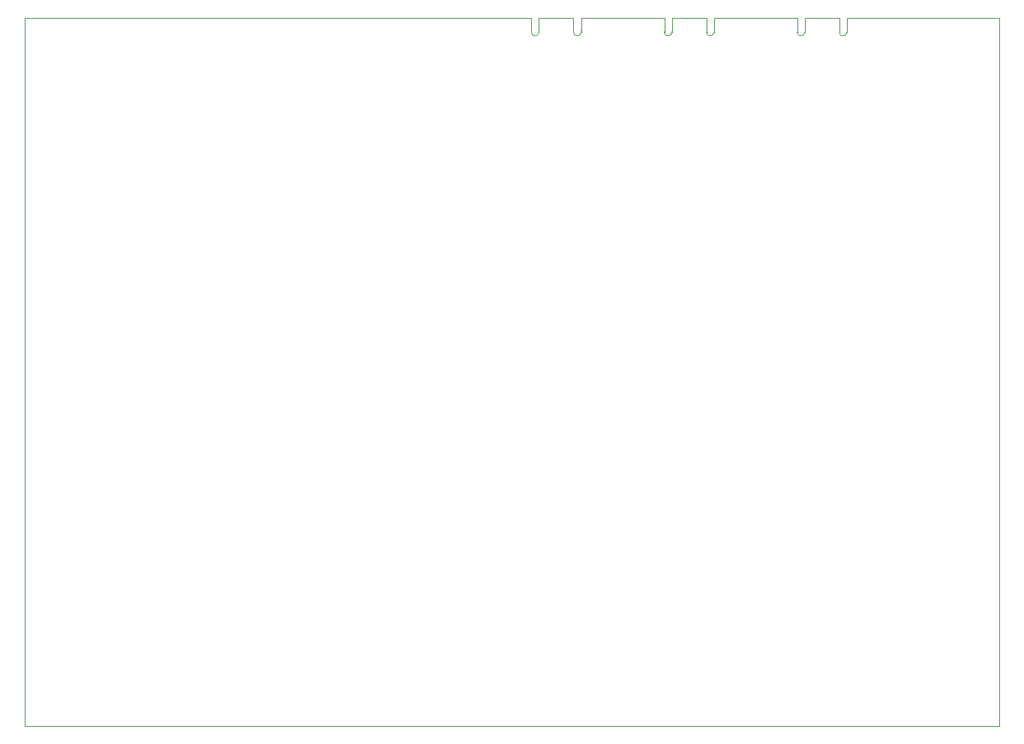
<source format=gm1>
G04 #@! TF.GenerationSoftware,KiCad,Pcbnew,9.0.1+1*
G04 #@! TF.CreationDate,2025-05-28T09:17:19+00:00*
G04 #@! TF.ProjectId,akkupack-ng,616b6b75-7061-4636-9b2d-6e672e6b6963,rev?*
G04 #@! TF.SameCoordinates,Original*
G04 #@! TF.FileFunction,Profile,NP*
%FSLAX46Y46*%
G04 Gerber Fmt 4.6, Leading zero omitted, Abs format (unit mm)*
G04 Created by KiCad (PCBNEW 9.0.1+1) date 2025-05-28 09:17:19*
%MOMM*%
%LPD*%
G01*
G04 APERTURE LIST*
G04 #@! TA.AperFunction,Profile*
%ADD10C,0.050000*%
G04 #@! TD*
G04 #@! TA.AperFunction,Profile*
%ADD11C,0.100000*%
G04 #@! TD*
G04 APERTURE END LIST*
D10*
X136250000Y-45010000D02*
X128750000Y-45010000D01*
X50000000Y-125000000D02*
X50000000Y-45000000D01*
X50000000Y-45000000D02*
X106250000Y-45010000D01*
X160000000Y-45000000D02*
X160000000Y-125000000D01*
X160000000Y-125000000D02*
X50000000Y-125000000D01*
X121250000Y-45010000D02*
X113750000Y-45010000D01*
X160000000Y-45000000D02*
X143750000Y-45010000D01*
D11*
X107200000Y-45010000D02*
X106250000Y-45010000D01*
X107200000Y-46585000D02*
X107200000Y-45010000D01*
X108050000Y-46585000D02*
X108050000Y-45010000D01*
X111950000Y-45010000D02*
X108050000Y-45010000D01*
X111950000Y-46585000D02*
X111950000Y-45010000D01*
X112800000Y-46585000D02*
X112800000Y-45010000D01*
X113750000Y-45010000D02*
X112800000Y-45010000D01*
X108050000Y-46585000D02*
G75*
G02*
X107200000Y-46585000I-425000J0D01*
G01*
X112800000Y-46585000D02*
G75*
G02*
X111950000Y-46585000I-425000J0D01*
G01*
X137200000Y-45010000D02*
X136250000Y-45010000D01*
X137200000Y-46585000D02*
X137200000Y-45010000D01*
X138050000Y-46585000D02*
X138050000Y-45010000D01*
X141950000Y-45010000D02*
X138050000Y-45010000D01*
X141950000Y-46585000D02*
X141950000Y-45010000D01*
X142800000Y-46585000D02*
X142800000Y-45010000D01*
X143750000Y-45010000D02*
X142800000Y-45010000D01*
X138050000Y-46585000D02*
G75*
G02*
X137200000Y-46585000I-425000J0D01*
G01*
X142800000Y-46585000D02*
G75*
G02*
X141950000Y-46585000I-425000J0D01*
G01*
X122200000Y-45010000D02*
X121250000Y-45010000D01*
X122200000Y-46585000D02*
X122200000Y-45010000D01*
X123050000Y-46585000D02*
X123050000Y-45010000D01*
X126950000Y-45010000D02*
X123050000Y-45010000D01*
X126950000Y-46585000D02*
X126950000Y-45010000D01*
X127800000Y-46585000D02*
X127800000Y-45010000D01*
X128750000Y-45010000D02*
X127800000Y-45010000D01*
X123050000Y-46585000D02*
G75*
G02*
X122200000Y-46585000I-425000J0D01*
G01*
X127800000Y-46585000D02*
G75*
G02*
X126950000Y-46585000I-425000J0D01*
G01*
M02*

</source>
